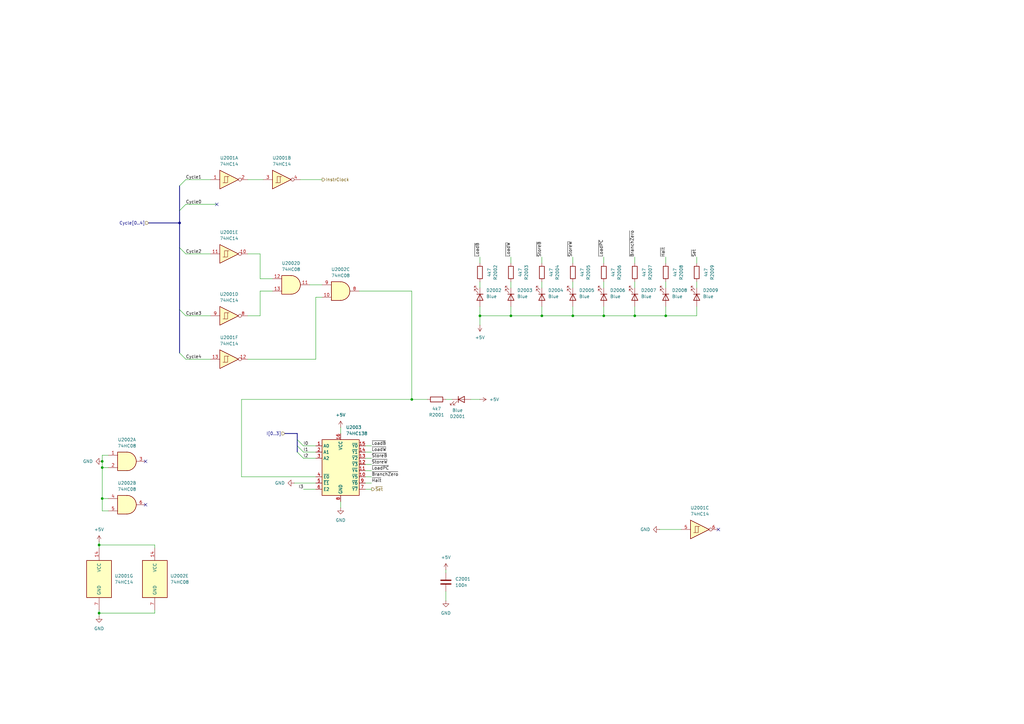
<source format=kicad_sch>
(kicad_sch (version 20231120) (generator "eeschema") (generator_version "8.0")
  (paper "A3")
  (lib_symbols
    (symbol "74xx:74HC138"
      (property "Reference" "U" (at -7.62 13.97 0))
      (property "Value" "74HC138" (at 2.54 -11.43 0))
      (symbol "74HC138_0_1"
        (rectangle (start -7.62 12.7) (end 7.62 -10.16) (stroke (width 0.254)) (fill (type background)))
      )
      (symbol "74HC138_1_1"
        (pin input line (at -10.16 10.16 0) (length 2.54) (name "A0") (number "1"))
        (pin output line (at 10.16 -2.54 180) (length 2.54) (name "~{Y5}") (number "10"))
        (pin output line (at 10.16 0 180) (length 2.54) (name "~{Y4}") (number "11"))
        (pin output line (at 10.16 2.54 180) (length 2.54) (name "~{Y3}") (number "12"))
        (pin output line (at 10.16 5.08 180) (length 2.54) (name "~{Y2}") (number "13"))
        (pin output line (at 10.16 7.62 180) (length 2.54) (name "~{Y1}") (number "14"))
        (pin output line (at 10.16 10.16 180) (length 2.54) (name "~{Y0}") (number "15"))
        (pin power_in line (at 0 15.24 270) (length 2.54) (name "VCC") (number "16"))
        (pin input line (at -10.16 7.62 0) (length 2.54) (name "A1") (number "2"))
        (pin input line (at -10.16 5.08 0) (length 2.54) (name "A2") (number "3"))
        (pin input line (at -10.16 -2.54 0) (length 2.54) (name "~{E0}") (number "4"))
        (pin input line (at -10.16 -5.08 0) (length 2.54) (name "~{E1}") (number "5"))
        (pin input line (at -10.16 -7.62 0) (length 2.54) (name "E2") (number "6"))
        (pin output line (at 10.16 -7.62 180) (length 2.54) (name "~{Y7}") (number "7"))
        (pin power_in line (at 0 -12.7 90) (length 2.54) (name "GND") (number "8"))
        (pin output line (at 10.16 -5.08 180) (length 2.54) (name "~{Y6}") (number "9"))
      )
    )
    (symbol "74xx:74HC14" (pin_names (offset 1.016))
      (property "Reference" "U" (at 0 1.27 0))
      (property "Value" "74HC14" (at 0 -1.27 0))
      (symbol "74HC14_1_0"
        (polyline (pts (xy -3.81 3.81) (xy -3.81 -3.81) (xy 3.81 0) (xy -3.81 3.81)) (stroke (width 0.254)) (fill (type background)))
        (pin input line (at -7.62 0 0) (length 3.81) (name "~") (number "1"))
        (pin output inverted (at 7.62 0 180) (length 3.81) (name "~") (number "2"))
      )
      (symbol "74HC14_1_1"
        (polyline (pts (xy -1.905 -1.27) (xy -1.905 1.27) (xy -0.635 1.27)))
        (polyline (pts (xy -2.54 -1.27) (xy -0.635 -1.27) (xy -0.635 1.27) (xy 0 1.27)))
      )
      (symbol "74HC14_2_0"
        (polyline (pts (xy -3.81 3.81) (xy -3.81 -3.81) (xy 3.81 0) (xy -3.81 3.81)) (stroke (width 0.254)) (fill (type background)))
        (pin input line (at -7.62 0 0) (length 3.81) (name "~") (number "3"))
        (pin output inverted (at 7.62 0 180) (length 3.81) (name "~") (number "4"))
      )
      (symbol "74HC14_2_1"
        (polyline (pts (xy -1.905 -1.27) (xy -1.905 1.27) (xy -0.635 1.27)))
        (polyline (pts (xy -2.54 -1.27) (xy -0.635 -1.27) (xy -0.635 1.27) (xy 0 1.27)))
      )
      (symbol "74HC14_3_0"
        (polyline (pts (xy -3.81 3.81) (xy -3.81 -3.81) (xy 3.81 0) (xy -3.81 3.81)) (stroke (width 0.254)) (fill (type background)))
        (pin input line (at -7.62 0 0) (length 3.81) (name "~") (number "5"))
        (pin output inverted (at 7.62 0 180) (length 3.81) (name "~") (number "6"))
      )
      (symbol "74HC14_3_1"
        (polyline (pts (xy -1.905 -1.27) (xy -1.905 1.27) (xy -0.635 1.27)))
        (polyline (pts (xy -2.54 -1.27) (xy -0.635 -1.27) (xy -0.635 1.27) (xy 0 1.27)))
      )
      (symbol "74HC14_4_0"
        (polyline (pts (xy -3.81 3.81) (xy -3.81 -3.81) (xy 3.81 0) (xy -3.81 3.81)) (stroke (width 0.254)) (fill (type background)))
        (pin output inverted (at 7.62 0 180) (length 3.81) (name "~") (number "8"))
        (pin input line (at -7.62 0 0) (length 3.81) (name "~") (number "9"))
      )
      (symbol "74HC14_4_1"
        (polyline (pts (xy -1.905 -1.27) (xy -1.905 1.27) (xy -0.635 1.27)))
        (polyline (pts (xy -2.54 -1.27) (xy -0.635 -1.27) (xy -0.635 1.27) (xy 0 1.27)))
      )
      (symbol "74HC14_5_0"
        (polyline (pts (xy -3.81 3.81) (xy -3.81 -3.81) (xy 3.81 0) (xy -3.81 3.81)) (stroke (width 0.254)) (fill (type background)))
        (pin output inverted (at 7.62 0 180) (length 3.81) (name "~") (number "10"))
        (pin input line (at -7.62 0 0) (length 3.81) (name "~") (number "11"))
      )
      (symbol "74HC14_5_1"
        (polyline (pts (xy -1.905 -1.27) (xy -1.905 1.27) (xy -0.635 1.27)))
        (polyline (pts (xy -2.54 -1.27) (xy -0.635 -1.27) (xy -0.635 1.27) (xy 0 1.27)))
      )
      (symbol "74HC14_6_0"
        (polyline (pts (xy -3.81 3.81) (xy -3.81 -3.81) (xy 3.81 0) (xy -3.81 3.81)) (stroke (width 0.254)) (fill (type background)))
        (pin output inverted (at 7.62 0 180) (length 3.81) (name "~") (number "12"))
        (pin input line (at -7.62 0 0) (length 3.81) (name "~") (number "13"))
      )
      (symbol "74HC14_6_1"
        (polyline (pts (xy -1.905 -1.27) (xy -1.905 1.27) (xy -0.635 1.27)))
        (polyline (pts (xy -2.54 -1.27) (xy -0.635 -1.27) (xy -0.635 1.27) (xy 0 1.27)))
      )
      (symbol "74HC14_7_0"
        (pin power_in line (at 0 12.7 270) (length 5.08) (name "VCC") (number "14"))
        (pin power_in line (at 0 -12.7 90) (length 5.08) (name "GND") (number "7"))
      )
      (symbol "74HC14_7_1"
        (rectangle (start -5.08 7.62) (end 5.08 -7.62) (stroke (width 0.254)) (fill (type background)))
      )
    )
    (symbol "74xx:74LS08" (pin_names (offset 1.016))
      (property "Reference" "U" (at 0 1.27 0))
      (property "Value" "74LS08" (at 0 -1.27 0))
      (symbol "74LS08_1_1"
        (arc (start 0 -3.81) (mid 3.7934 0) (end 0 3.81) (stroke (width 0.254)) (fill (type background)))
        (polyline (pts (xy 0 3.81) (xy -3.81 3.81) (xy -3.81 -3.81) (xy 0 -3.81)) (stroke (width 0.254)) (fill (type background)))
        (pin input line (at -7.62 2.54 0) (length 3.81) (name "~") (number "1"))
        (pin input line (at -7.62 -2.54 0) (length 3.81) (name "~") (number "2"))
        (pin output line (at 7.62 0 180) (length 3.81) (name "~") (number "3"))
      )
      (symbol "74LS08_1_2"
        (arc (start -3.81 -3.81) (mid -2.589 0) (end -3.81 3.81) (stroke (width 0.254)))
        (arc (start -0.6096 -3.81) (mid 2.1842 -2.5851) (end 3.81 0) (stroke (width 0.254)) (fill (type background)))
        (polyline (pts (xy -3.81 -3.81) (xy -0.635 -3.81)) (stroke (width 0.254)) (fill (type background)))
        (polyline (pts (xy -3.81 3.81) (xy -0.635 3.81)) (stroke (width 0.254)) (fill (type background)))
        (polyline (pts (xy -0.635 3.81) (xy -3.81 3.81) (xy -3.81 3.81) (xy -3.556 3.4036) (xy -3.0226 2.2606) (xy -2.6924 1.0414) (xy -2.6162 -0.254) (xy -2.7686 -1.4986) (xy -3.175 -2.7178) (xy -3.81 -3.81) (xy -3.81 -3.81) (xy -0.635 -3.81)) (stroke (width -25.4)) (fill (type background)))
        (arc (start 3.81 0) (mid 2.1915 2.5936) (end -0.6096 3.81) (stroke (width 0.254)) (fill (type background)))
        (pin input inverted (at -7.62 2.54 0) (length 4.318) (name "~") (number "1"))
        (pin input inverted (at -7.62 -2.54 0) (length 4.318) (name "~") (number "2"))
        (pin output inverted (at 7.62 0 180) (length 3.81) (name "~") (number "3"))
      )
      (symbol "74LS08_2_1"
        (arc (start 0 -3.81) (mid 3.7934 0) (end 0 3.81) (stroke (width 0.254)) (fill (type background)))
        (polyline (pts (xy 0 3.81) (xy -3.81 3.81) (xy -3.81 -3.81) (xy 0 -3.81)) (stroke (width 0.254)) (fill (type background)))
        (pin input line (at -7.62 2.54 0) (length 3.81) (name "~") (number "4"))
        (pin input line (at -7.62 -2.54 0) (length 3.81) (name "~") (number "5"))
        (pin output line (at 7.62 0 180) (length 3.81) (name "~") (number "6"))
      )
      (symbol "74LS08_2_2"
        (arc (start -3.81 -3.81) (mid -2.589 0) (end -3.81 3.81) (stroke (width 0.254)))
        (arc (start -0.6096 -3.81) (mid 2.1842 -2.5851) (end 3.81 0) (stroke (width 0.254)) (fill (type background)))
        (polyline (pts (xy -3.81 -3.81) (xy -0.635 -3.81)) (stroke (width 0.254)) (fill (type background)))
        (polyline (pts (xy -3.81 3.81) (xy -0.635 3.81)) (stroke (width 0.254)) (fill (type background)))
        (polyline (pts (xy -0.635 3.81) (xy -3.81 3.81) (xy -3.81 3.81) (xy -3.556 3.4036) (xy -3.0226 2.2606) (xy -2.6924 1.0414) (xy -2.6162 -0.254) (xy -2.7686 -1.4986) (xy -3.175 -2.7178) (xy -3.81 -3.81) (xy -3.81 -3.81) (xy -0.635 -3.81)) (stroke (width -25.4)) (fill (type background)))
        (arc (start 3.81 0) (mid 2.1915 2.5936) (end -0.6096 3.81) (stroke (width 0.254)) (fill (type background)))
        (pin input inverted (at -7.62 2.54 0) (length 4.318) (name "~") (number "4"))
        (pin input inverted (at -7.62 -2.54 0) (length 4.318) (name "~") (number "5"))
        (pin output inverted (at 7.62 0 180) (length 3.81) (name "~") (number "6"))
      )
      (symbol "74LS08_3_1"
        (arc (start 0 -3.81) (mid 3.7934 0) (end 0 3.81) (stroke (width 0.254)) (fill (type background)))
        (polyline (pts (xy 0 3.81) (xy -3.81 3.81) (xy -3.81 -3.81) (xy 0 -3.81)) (stroke (width 0.254)) (fill (type background)))
        (pin input line (at -7.62 -2.54 0) (length 3.81) (name "~") (number "10"))
        (pin output line (at 7.62 0 180) (length 3.81) (name "~") (number "8"))
        (pin input line (at -7.62 2.54 0) (length 3.81) (name "~") (number "9"))
      )
      (symbol "74LS08_3_2"
        (arc (start -3.81 -3.81) (mid -2.589 0) (end -3.81 3.81) (stroke (width 0.254)))
        (arc (start -0.6096 -3.81) (mid 2.1842 -2.5851) (end 3.81 0) (stroke (width 0.254)) (fill (type background)))
        (polyline (pts (xy -3.81 -3.81) (xy -0.635 -3.81)) (stroke (width 0.254)) (fill (type background)))
        (polyline (pts (xy -3.81 3.81) (xy -0.635 3.81)) (stroke (width 0.254)) (fill (type background)))
        (polyline (pts (xy -0.635 3.81) (xy -3.81 3.81) (xy -3.81 3.81) (xy -3.556 3.4036) (xy -3.0226 2.2606) (xy -2.6924 1.0414) (xy -2.6162 -0.254) (xy -2.7686 -1.4986) (xy -3.175 -2.7178) (xy -3.81 -3.81) (xy -3.81 -3.81) (xy -0.635 -3.81)) (stroke (width -25.4)) (fill (type background)))
        (arc (start 3.81 0) (mid 2.1915 2.5936) (end -0.6096 3.81) (stroke (width 0.254)) (fill (type background)))
        (pin input inverted (at -7.62 -2.54 0) (length 4.318) (name "~") (number "10"))
        (pin output inverted (at 7.62 0 180) (length 3.81) (name "~") (number "8"))
        (pin input inverted (at -7.62 2.54 0) (length 4.318) (name "~") (number "9"))
      )
      (symbol "74LS08_4_1"
        (arc (start 0 -3.81) (mid 3.7934 0) (end 0 3.81) (stroke (width 0.254)) (fill (type background)))
        (polyline (pts (xy 0 3.81) (xy -3.81 3.81) (xy -3.81 -3.81) (xy 0 -3.81)) (stroke (width 0.254)) (fill (type background)))
        (pin output line (at 7.62 0 180) (length 3.81) (name "~") (number "11"))
        (pin input line (at -7.62 2.54 0) (length 3.81) (name "~") (number "12"))
        (pin input line (at -7.62 -2.54 0) (length 3.81) (name "~") (number "13"))
      )
      (symbol "74LS08_4_2"
        (arc (start -3.81 -3.81) (mid -2.589 0) (end -3.81 3.81) (stroke (width 0.254)))
        (arc (start -0.6096 -3.81) (mid 2.1842 -2.5851) (end 3.81 0) (stroke (width 0.254)) (fill (type background)))
        (polyline (pts (xy -3.81 -3.81) (xy -0.635 -3.81)) (stroke (width 0.254)) (fill (type background)))
        (polyline (pts (xy -3.81 3.81) (xy -0.635 3.81)) (stroke (width 0.254)) (fill (type background)))
        (polyline (pts (xy -0.635 3.81) (xy -3.81 3.81) (xy -3.81 3.81) (xy -3.556 3.4036) (xy -3.0226 2.2606) (xy -2.6924 1.0414) (xy -2.6162 -0.254) (xy -2.7686 -1.4986) (xy -3.175 -2.7178) (xy -3.81 -3.81) (xy -3.81 -3.81) (xy -0.635 -3.81)) (stroke (width -25.4)) (fill (type background)))
        (arc (start 3.81 0) (mid 2.1915 2.5936) (end -0.6096 3.81) (stroke (width 0.254)) (fill (type background)))
        (pin output inverted (at 7.62 0 180) (length 3.81) (name "~") (number "11"))
        (pin input inverted (at -7.62 2.54 0) (length 4.318) (name "~") (number "12"))
        (pin input inverted (at -7.62 -2.54 0) (length 4.318) (name "~") (number "13"))
      )
      (symbol "74LS08_5_0"
        (pin power_in line (at 0 12.7 270) (length 5.08) (name "VCC") (number "14"))
        (pin power_in line (at 0 -12.7 90) (length 5.08) (name "GND") (number "7"))
      )
      (symbol "74LS08_5_1"
        (rectangle (start -5.08 7.62) (end 5.08 -7.62) (stroke (width 0.254)) (fill (type background)))
      )
    )
    (symbol "Device:C" (pin_numbers hide) (pin_names (offset 0.254))
      (property "Reference" "C" (at 0.635 2.54 0))
      (property "Value" "C" (at 0.635 -2.54 0))
      (symbol "C_0_1"
        (polyline (pts (xy -2.032 -0.762) (xy 2.032 -0.762)) (stroke (width 0.508)))
        (polyline (pts (xy -2.032 0.762) (xy 2.032 0.762)) (stroke (width 0.508)))
      )
      (symbol "C_1_1"
        (pin passive line (at 0 3.81 270) (length 2.794) (name "~") (number "1"))
        (pin passive line (at 0 -3.81 90) (length 2.794) (name "~") (number "2"))
      )
    )
    (symbol "Device:LED" (pin_numbers hide) (pin_names (offset 1.016) hide)
      (property "Reference" "D" (at 0 2.54 0))
      (property "Value" "LED" (at 0 -2.54 0))
      (symbol "LED_0_1"
        (polyline (pts (xy -1.27 -1.27) (xy -1.27 1.27)) (stroke (width 0.254)))
        (polyline (pts (xy -1.27 0) (xy 1.27 0)))
        (polyline (pts (xy 1.27 -1.27) (xy 1.27 1.27) (xy -1.27 0) (xy 1.27 -1.27)) (stroke (width 0.254)))
        (polyline (pts (xy -3.048 -0.762) (xy -4.572 -2.286) (xy -3.81 -2.286) (xy -4.572 -2.286) (xy -4.572 -1.524)))
        (polyline (pts (xy -1.778 -0.762) (xy -3.302 -2.286) (xy -2.54 -2.286) (xy -3.302 -2.286) (xy -3.302 -1.524)))
      )
      (symbol "LED_1_1"
        (pin passive line (at -3.81 0 0) (length 2.54) (name "K") (number "1"))
        (pin passive line (at 3.81 0 180) (length 2.54) (name "A") (number "2"))
      )
    )
    (symbol "Device:R" (pin_numbers hide) (pin_names (offset 0))
      (property "Reference" "R" (at 2.032 0 90))
      (property "Value" "R" (at 0 0 90))
      (symbol "R_0_1"
        (rectangle (start -1.016 -2.54) (end 1.016 2.54) (stroke (width 0.254)))
      )
      (symbol "R_1_1"
        (pin passive line (at 0 3.81 270) (length 1.27) (name "~") (number "1"))
        (pin passive line (at 0 -3.81 90) (length 1.27) (name "~") (number "2"))
      )
    )
    (symbol "power:+5V" (power) (pin_numbers hide) (pin_names (offset 0) hide)
      (property "Value" "+5V" (at 0 3.556 0))
      (symbol "+5V_0_1"
        (polyline (pts (xy -0.762 1.27) (xy 0 2.54)))
        (polyline (pts (xy 0 0) (xy 0 2.54)))
        (polyline (pts (xy 0 2.54) (xy 0.762 1.27)))
      )
      (symbol "+5V_1_1"
        (pin power_in line (at 0 0 90) (length 0) (name "~") (number "1"))
      )
    )
    (symbol "power:GND" (power) (pin_numbers hide) (pin_names (offset 0) hide)
      (property "Value" "GND" (at 0 -3.81 0))
      (symbol "GND_0_1"
        (polyline (pts (xy 0 0) (xy 0 -1.27) (xy 1.27 -1.27) (xy 0 -2.54) (xy -1.27 -1.27) (xy 0 -1.27)))
      )
      (symbol "GND_1_1"
        (pin power_in line (at 0 0 270) (length 0) (name "~") (number "1"))
      )
    )
  )
  (junction (at 41.91 189.23))
  (junction (at 41.91 191.77))
  (junction (at 247.65 129.54))
  (junction (at 168.91 163.83))
  (junction (at 40.64 251.46))
  (junction (at 260.35 129.54))
  (junction (at 196.85 129.54))
  (junction (at 234.95 129.54))
  (junction (at 209.55 129.54))
  (junction (at 40.64 223.52))
  (junction (at 222.25 129.54))
  (junction (at 73.66 91.44))
  (junction (at 41.91 204.47))
  (junction (at 273.05 129.54))
  (no_connect (at 59.69 207.01))
  (no_connect (at 59.69 189.23))
  (no_connect (at 294.64 217.17))
  (no_connect (at 88.9 83.82))
  (bus_entry (at 73.66 127) (size 2.54 2.54))
  (bus_entry (at 121.92 182.88) (size 2.54 2.54))
  (bus_entry (at 73.66 86.36) (size 2.54 -2.54))
  (bus_entry (at 73.66 76.2) (size 2.54 -2.54))
  (bus_entry (at 73.66 144.78) (size 2.54 2.54))
  (bus_entry (at 73.66 101.6) (size 2.54 2.54))
  (bus_entry (at 121.92 180.34) (size 2.54 2.54))
  (bus_entry (at 121.92 185.42) (size 2.54 2.54))
  (wire (pts (xy 149.86 200.66) (xy 152.4 200.66)))
  (wire (pts (xy 41.91 204.47) (xy 41.91 191.77)))
  (wire (pts (xy 139.7 205.74) (xy 139.7 208.28)))
  (wire (pts (xy 260.35 129.54) (xy 273.05 129.54)))
  (bus (pts (xy 116.84 177.8) (xy 121.92 177.8)))
  (wire (pts (xy 196.85 163.83) (xy 193.04 163.83)))
  (wire (pts (xy 196.85 105.41) (xy 196.85 107.95)))
  (wire (pts (xy 209.55 125.73) (xy 209.55 129.54)))
  (wire (pts (xy 41.91 191.77) (xy 44.45 191.77)))
  (bus (pts (xy 121.92 177.8) (xy 121.92 180.34)))
  (wire (pts (xy 41.91 209.55) (xy 41.91 204.47)))
  (wire (pts (xy 149.86 190.5) (xy 152.4 190.5)))
  (wire (pts (xy 40.64 251.46) (xy 63.5 251.46)))
  (wire (pts (xy 40.64 251.46) (xy 40.64 252.73)))
  (wire (pts (xy 99.06 163.83) (xy 99.06 195.58)))
  (bus (pts (xy 73.66 76.2) (xy 73.66 86.36)))
  (wire (pts (xy 273.05 129.54) (xy 285.75 129.54)))
  (wire (pts (xy 76.2 104.14) (xy 86.36 104.14)))
  (wire (pts (xy 41.91 204.47) (xy 44.45 204.47)))
  (wire (pts (xy 234.95 115.57) (xy 234.95 118.11)))
  (wire (pts (xy 106.68 129.54) (xy 106.68 119.38)))
  (wire (pts (xy 101.6 129.54) (xy 106.68 129.54)))
  (wire (pts (xy 101.6 73.66) (xy 107.95 73.66)))
  (wire (pts (xy 182.88 234.95) (xy 182.88 233.68)))
  (wire (pts (xy 40.64 222.25) (xy 40.64 223.52)))
  (wire (pts (xy 40.64 250.19) (xy 40.64 251.46)))
  (wire (pts (xy 41.91 191.77) (xy 41.91 189.23)))
  (wire (pts (xy 196.85 125.73) (xy 196.85 129.54)))
  (wire (pts (xy 124.46 187.96) (xy 129.54 187.96)))
  (wire (pts (xy 76.2 73.66) (xy 86.36 73.66)))
  (bus (pts (xy 60.96 91.44) (xy 73.66 91.44)))
  (wire (pts (xy 168.91 163.83) (xy 175.26 163.83)))
  (wire (pts (xy 40.64 223.52) (xy 40.64 224.79)))
  (wire (pts (xy 260.35 125.73) (xy 260.35 129.54)))
  (bus (pts (xy 73.66 101.6) (xy 73.66 127)))
  (wire (pts (xy 147.32 119.38) (xy 168.91 119.38)))
  (wire (pts (xy 222.25 105.41) (xy 222.25 107.95)))
  (wire (pts (xy 124.46 200.66) (xy 129.54 200.66)))
  (bus (pts (xy 121.92 182.88) (xy 121.92 185.42)))
  (bus (pts (xy 73.66 91.44) (xy 73.66 101.6)))
  (wire (pts (xy 273.05 125.73) (xy 273.05 129.54)))
  (wire (pts (xy 196.85 129.54) (xy 209.55 129.54)))
  (wire (pts (xy 149.86 185.42) (xy 152.4 185.42)))
  (wire (pts (xy 273.05 115.57) (xy 273.05 118.11)))
  (wire (pts (xy 234.95 129.54) (xy 247.65 129.54)))
  (wire (pts (xy 106.68 119.38) (xy 111.76 119.38)))
  (wire (pts (xy 285.75 115.57) (xy 285.75 118.11)))
  (wire (pts (xy 149.86 195.58) (xy 152.4 195.58)))
  (wire (pts (xy 196.85 115.57) (xy 196.85 118.11)))
  (wire (pts (xy 124.46 185.42) (xy 129.54 185.42)))
  (wire (pts (xy 247.65 129.54) (xy 260.35 129.54)))
  (wire (pts (xy 260.35 105.41) (xy 260.35 107.95)))
  (wire (pts (xy 44.45 209.55) (xy 41.91 209.55)))
  (wire (pts (xy 196.85 129.54) (xy 196.85 133.35)))
  (bus (pts (xy 73.66 127) (xy 73.66 144.78)))
  (wire (pts (xy 41.91 189.23) (xy 41.91 186.69)))
  (wire (pts (xy 209.55 105.41) (xy 209.55 107.95)))
  (wire (pts (xy 76.2 129.54) (xy 86.36 129.54)))
  (wire (pts (xy 101.6 147.32) (xy 129.54 147.32)))
  (wire (pts (xy 168.91 119.38) (xy 168.91 163.83)))
  (wire (pts (xy 63.5 251.46) (xy 63.5 250.19)))
  (wire (pts (xy 234.95 105.41) (xy 234.95 107.95)))
  (wire (pts (xy 132.08 121.92) (xy 129.54 121.92)))
  (wire (pts (xy 285.75 129.54) (xy 285.75 125.73)))
  (wire (pts (xy 149.86 193.04) (xy 152.4 193.04)))
  (wire (pts (xy 40.64 223.52) (xy 63.5 223.52)))
  (wire (pts (xy 234.95 125.73) (xy 234.95 129.54)))
  (wire (pts (xy 120.65 198.12) (xy 129.54 198.12)))
  (wire (pts (xy 41.91 186.69) (xy 44.45 186.69)))
  (wire (pts (xy 76.2 147.32) (xy 86.36 147.32)))
  (wire (pts (xy 222.25 125.73) (xy 222.25 129.54)))
  (wire (pts (xy 247.65 125.73) (xy 247.65 129.54)))
  (bus (pts (xy 121.92 180.34) (xy 121.92 182.88)))
  (wire (pts (xy 127 116.84) (xy 132.08 116.84)))
  (wire (pts (xy 123.19 73.66) (xy 132.08 73.66)))
  (wire (pts (xy 247.65 105.41) (xy 247.65 107.95)))
  (wire (pts (xy 106.68 114.3) (xy 111.76 114.3)))
  (wire (pts (xy 106.68 104.14) (xy 106.68 114.3)))
  (wire (pts (xy 222.25 115.57) (xy 222.25 118.11)))
  (wire (pts (xy 129.54 121.92) (xy 129.54 147.32)))
  (wire (pts (xy 222.25 129.54) (xy 234.95 129.54)))
  (wire (pts (xy 260.35 115.57) (xy 260.35 118.11)))
  (wire (pts (xy 182.88 242.57) (xy 182.88 246.38)))
  (wire (pts (xy 209.55 129.54) (xy 222.25 129.54)))
  (wire (pts (xy 270.51 217.17) (xy 279.4 217.17)))
  (wire (pts (xy 149.86 187.96) (xy 152.4 187.96)))
  (wire (pts (xy 139.7 175.26) (xy 139.7 177.8)))
  (wire (pts (xy 285.75 105.41) (xy 285.75 107.95)))
  (wire (pts (xy 101.6 104.14) (xy 106.68 104.14)))
  (bus (pts (xy 73.66 86.36) (xy 73.66 91.44)))
  (wire (pts (xy 149.86 182.88) (xy 152.4 182.88)))
  (wire (pts (xy 168.91 163.83) (xy 99.06 163.83)))
  (wire (pts (xy 209.55 115.57) (xy 209.55 118.11)))
  (wire (pts (xy 99.06 195.58) (xy 129.54 195.58)))
  (wire (pts (xy 149.86 198.12) (xy 152.4 198.12)))
  (wire (pts (xy 76.2 83.82) (xy 88.9 83.82)))
  (wire (pts (xy 124.46 182.88) (xy 129.54 182.88)))
  (wire (pts (xy 247.65 115.57) (xy 247.65 118.11)))
  (wire (pts (xy 185.42 163.83) (xy 182.88 163.83)))
  (wire (pts (xy 63.5 223.52) (xy 63.5 224.79)))
  (wire (pts (xy 273.05 105.41) (xy 273.05 107.95)))
  (label "~{LoadB}" (at 152.4 182.88 0))
  (label "Cycle4" (at 76.2 147.32 0))
  (label "Cycle0" (at 76.2 83.82 0))
  (label "Cycle3" (at 76.2 129.54 0))
  (label "~{BranchZero}" (at 152.4 195.58 0))
  (label "I2" (at 124.46 187.96 0))
  (label "~{StoreB}" (at 222.25 105.41 90))
  (label "~{BranchZero}" (at 260.35 105.41 90))
  (label "Cycle2" (at 76.2 104.14 0))
  (label "~{StoreW}" (at 234.95 105.41 90))
  (label "~{LoadB}" (at 196.85 105.41 90))
  (label "Cycle1" (at 76.2 73.66 0))
  (label "~{LoadW}" (at 209.55 105.41 90))
  (label "I0" (at 124.46 182.88 0))
  (label "I3" (at 124.46 200.66 180))
  (label "~{LoadPC}" (at 247.65 105.41 90))
  (label "~{LoadPC}" (at 152.4 193.04 0))
  (label "~{StoreB}" (at 152.4 187.96 0))
  (label "~{LoadW}" (at 152.4 185.42 0))
  (label "~{StoreW}" (at 152.4 190.5 0))
  (label "~{Halt}" (at 273.05 105.41 90))
  (label "I1" (at 124.46 185.42 0))
  (label "~{Halt}" (at 152.4 198.12 0))
  (label "~{Set}" (at 285.75 105.41 90))
  (hierarchical_label "Cycle[0..4]" (shape input) (at 60.96 91.44 180))
  (hierarchical_label "~{Set}" (shape output) (at 152.4 200.66 0))
  (hierarchical_label "InstrClock" (shape output) (at 132.08 73.66 0))
  (hierarchical_label "I[0..3]" (shape input) (at 116.84 177.8 180))
  (symbol (lib_id "power:+5V") (at 40.64 222.25 0) (unit 1)
    (property "Reference" "#PWR02001" (effects (hide yes)))
    (property "Value" "+5V" (at 40.64 217.17 0))
    (property "Description" "Power symbol creates a global label with name \"+5V\"" (effects (hide yes)))
  )
  (symbol (lib_id "Device:R") (at 209.55 111.76 180) (unit 1)
    (property "Reference" "R2003" (at 215.9 111.76 90))
    (property "Value" "4k7" (at 213.36 111.76 90))
    (property "Footprint" "Resistor_SMD:R_0603_1608Metric" (effects (hide yes)))
    (property "Datasheet" "https://datasheet.lcsc.com/lcsc/2206010116_UNI-ROYAL-Uniroyal-Elec-0603WAF4701T5E_C23162.pdf" (effects (hide yes)))
    (property "LCSC" "C23162" (effects (hide yes)))
  )
  (symbol (lib_id "Device:R") (at 273.05 111.76 180) (unit 1)
    (property "Reference" "R2008" (at 279.4 111.76 90))
    (property "Value" "4k7" (at 276.86 111.76 90))
    (property "Footprint" "Resistor_SMD:R_0603_1608Metric" (effects (hide yes)))
    (property "Datasheet" "https://datasheet.lcsc.com/lcsc/2206010116_UNI-ROYAL-Uniroyal-Elec-0603WAF4701T5E_C23162.pdf" (effects (hide yes)))
    (property "LCSC" "C23162" (effects (hide yes)))
  )
  (symbol (lib_id "power:GND") (at 120.65 198.12 270) (unit 1)
    (property "Reference" "#PWR02004" (effects (hide yes)))
    (property "Value" "GND" (at 116.84 198.1199 90) (effects (justify right)))
    (property "Description" "Power symbol creates a global label with name \"GND\" , ground" (effects (hide yes)))
  )
  (symbol (lib_id "74xx:74LS08") (at 52.07 189.23 0) (unit 1)
    (property "Reference" "U2002" (at 52.0617 180.34 0))
    (property "Value" "74HC08" (at 52.0617 182.88 0))
    (property "Footprint" "Package_SO:SOIC-14_3.9x8.7mm_P1.27mm" (effects (hide yes)))
    (property "Datasheet" "https://www.lcsc.com/datasheet/lcsc_datasheet_2407241044_Nexperia-74HC08D-653_C5593.pdf" (effects (hide yes)))
    (property "Description" "Quad And2" (effects (hide yes)))
    (property "LCSC" "C5593" (effects (hide yes)))
  )
  (symbol (lib_id "74xx:74LS08") (at 119.38 116.84 0) (unit 4)
    (property "Reference" "U2002" (at 119.3717 107.95 0))
    (property "Value" "74HC08" (at 119.3717 110.49 0))
    (property "Footprint" "Package_SO:SOIC-14_3.9x8.7mm_P1.27mm" (effects (hide yes)))
    (property "Datasheet" "https://www.lcsc.com/datasheet/lcsc_datasheet_2407241044_Nexperia-74HC08D-653_C5593.pdf" (effects (hide yes)))
    (property "Description" "Quad And2" (effects (hide yes)))
    (property "LCSC" "C5593" (effects (hide yes)))
  )
  (symbol (lib_id "Device:LED") (at 247.65 121.92 270) (unit 1)
    (property "Reference" "D2006" (at 250.19 119.0624 90) (effects (justify left)))
    (property "Value" "Blue" (at 250.19 121.6024 90) (effects (justify left)))
    (property "Footprint" "LED_SMD:LED_0603_1608Metric" (effects (hide yes)))
    (property "LCSC" "C72041" (effects (hide yes)))
  )
  (symbol (lib_id "Device:LED") (at 285.75 121.92 270) (unit 1)
    (property "Reference" "D2009" (at 288.29 119.0624 90) (effects (justify left)))
    (property "Value" "Blue" (at 288.29 121.6024 90) (effects (justify left)))
    (property "Footprint" "LED_SMD:LED_0603_1608Metric" (effects (hide yes)))
    (property "LCSC" "C72041" (effects (hide yes)))
  )
  (symbol (lib_id "Device:LED") (at 273.05 121.92 270) (unit 1)
    (property "Reference" "D2008" (at 275.59 119.0624 90) (effects (justify left)))
    (property "Value" "Blue" (at 275.59 121.6024 90) (effects (justify left)))
    (property "Footprint" "LED_SMD:LED_0603_1608Metric" (effects (hide yes)))
    (property "LCSC" "C72041" (effects (hide yes)))
  )
  (symbol (lib_id "Device:LED") (at 222.25 121.92 270) (unit 1)
    (property "Reference" "D2004" (at 224.79 119.0624 90) (effects (justify left)))
    (property "Value" "Blue" (at 224.79 121.6024 90) (effects (justify left)))
    (property "Footprint" "LED_SMD:LED_0603_1608Metric" (effects (hide yes)))
    (property "LCSC" "C72041" (effects (hide yes)))
  )
  (symbol (lib_id "power:GND") (at 139.7 208.28 0) (unit 1)
    (property "Reference" "#PWR02006" (effects (hide yes)))
    (property "Value" "GND" (at 139.7 213.36 0))
    (property "Description" "Power symbol creates a global label with name \"GND\" , ground" (effects (hide yes)))
  )
  (symbol (lib_id "power:GND") (at 40.64 252.73 0) (unit 1)
    (property "Reference" "#PWR02002" (effects (hide yes)))
    (property "Value" "GND" (at 40.64 257.81 0))
    (property "Description" "Power symbol creates a global label with name \"GND\" , ground" (effects (hide yes)))
  )
  (symbol (lib_id "74xx:74LS08") (at 63.5 237.49 0) (unit 5)
    (property "Reference" "U2002" (at 69.85 236.2199 0) (effects (justify left)))
    (property "Value" "74HC08" (at 69.85 238.7599 0) (effects (justify left)))
    (property "Footprint" "Package_SO:SOIC-14_3.9x8.7mm_P1.27mm" (effects (hide yes)))
    (property "Datasheet" "https://www.lcsc.com/datasheet/lcsc_datasheet_2407241044_Nexperia-74HC08D-653_C5593.pdf" (effects (hide yes)))
    (property "Description" "Quad And2" (effects (hide yes)))
    (property "LCSC" "C5593" (effects (hide yes)))
  )
  (symbol (lib_id "Device:R") (at 222.25 111.76 180) (unit 1)
    (property "Reference" "R2004" (at 228.6 111.76 90))
    (property "Value" "4k7" (at 226.06 111.76 90))
    (property "Footprint" "Resistor_SMD:R_0603_1608Metric" (effects (hide yes)))
    (property "Datasheet" "https://datasheet.lcsc.com/lcsc/2206010116_UNI-ROYAL-Uniroyal-Elec-0603WAF4701T5E_C23162.pdf" (effects (hide yes)))
    (property "LCSC" "C23162" (effects (hide yes)))
  )
  (symbol (lib_id "power:+5V") (at 139.7 175.26 0) (unit 1)
    (property "Reference" "#PWR02005" (effects (hide yes)))
    (property "Value" "+5V" (at 139.7 170.18 0))
    (property "Description" "Power symbol creates a global label with name \"+5V\"" (effects (hide yes)))
  )
  (symbol (lib_id "Device:R") (at 179.07 163.83 90) (unit 1)
    (property "Reference" "R2001" (at 179.07 170.18 90))
    (property "Value" "4k7" (at 179.07 167.64 90))
    (property "Footprint" "Resistor_SMD:R_0603_1608Metric" (effects (hide yes)))
    (property "Datasheet" "https://datasheet.lcsc.com/lcsc/2206010116_UNI-ROYAL-Uniroyal-Elec-0603WAF4701T5E_C23162.pdf" (effects (hide yes)))
    (property "LCSC" "C23162" (effects (hide yes)))
  )
  (symbol (lib_id "Device:LED") (at 196.85 121.92 270) (unit 1)
    (property "Reference" "D2002" (at 199.39 119.0624 90) (effects (justify left)))
    (property "Value" "Blue" (at 199.39 121.6024 90) (effects (justify left)))
    (property "Footprint" "LED_SMD:LED_0603_1608Metric" (effects (hide yes)))
    (property "LCSC" "C72041" (effects (hide yes)))
  )
  (symbol (lib_id "Device:R") (at 196.85 111.76 180) (unit 1)
    (property "Reference" "R2002" (at 203.2 111.76 90))
    (property "Value" "4k7" (at 200.66 111.76 90))
    (property "Footprint" "Resistor_SMD:R_0603_1608Metric" (effects (hide yes)))
    (property "Datasheet" "https://datasheet.lcsc.com/lcsc/2206010116_UNI-ROYAL-Uniroyal-Elec-0603WAF4701T5E_C23162.pdf" (effects (hide yes)))
    (property "LCSC" "C23162" (effects (hide yes)))
  )
  (symbol (lib_id "74xx:74HC14") (at 287.02 217.17 0) (unit 3)
    (property "Reference" "U2001" (at 287.02 208.28 0))
    (property "Value" "74HC14" (at 287.02 210.82 0))
    (property "Footprint" "Package_SO:SOIC-14_3.9x8.7mm_P1.27mm" (effects (hide yes)))
    (property "Datasheet" "https://www.lcsc.com/datasheet/lcsc_datasheet_2407241044_Nexperia-74HC14D-653_C5605.pdf" (effects (hide yes)))
    (property "Description" "Hex inverter schmitt trigger" (effects (hide yes)))
    (property "LCSC" "C5605" (effects (hide yes)))
  )
  (symbol (lib_id "power:GND") (at 41.91 189.23 270) (unit 1)
    (property "Reference" "#PWR02003" (effects (hide yes)))
    (property "Value" "GND" (at 38.1 189.2299 90) (effects (justify right)))
    (property "Description" "Power symbol creates a global label with name \"GND\" , ground" (effects (hide yes)))
  )
  (symbol (lib_id "74xx:74LS08") (at 52.07 207.01 0) (unit 2)
    (property "Reference" "U2002" (at 52.0617 198.12 0))
    (property "Value" "74HC08" (at 52.0617 200.66 0))
    (property "Footprint" "Package_SO:SOIC-14_3.9x8.7mm_P1.27mm" (effects (hide yes)))
    (property "Datasheet" "https://www.lcsc.com/datasheet/lcsc_datasheet_2407241044_Nexperia-74HC08D-653_C5593.pdf" (effects (hide yes)))
    (property "Description" "Quad And2" (effects (hide yes)))
    (property "LCSC" "C5593" (effects (hide yes)))
  )
  (symbol (lib_id "power:+5V") (at 196.85 133.35 180) (unit 1)
    (property "Reference" "#PWR02009" (effects (hide yes)))
    (property "Value" "+5V" (at 196.85 138.43 0))
    (property "Description" "Power symbol creates a global label with name \"+5V\"" (effects (hide yes)))
  )
  (symbol (lib_id "Device:R") (at 285.75 111.76 180) (unit 1)
    (property "Reference" "R2009" (at 292.1 111.76 90))
    (property "Value" "4k7" (at 289.56 111.76 90))
    (property "Footprint" "Resistor_SMD:R_0603_1608Metric" (effects (hide yes)))
    (property "Datasheet" "https://datasheet.lcsc.com/lcsc/2206010116_UNI-ROYAL-Uniroyal-Elec-0603WAF4701T5E_C23162.pdf" (effects (hide yes)))
    (property "LCSC" "C23162" (effects (hide yes)))
  )
  (symbol (lib_id "Device:LED") (at 189.23 163.83 0) (unit 1)
    (property "Reference" "D2001" (at 187.6425 170.815 0))
    (property "Value" "Blue" (at 187.6425 168.275 0))
    (property "Footprint" "LED_SMD:LED_0603_1608Metric" (effects (hide yes)))
    (property "LCSC" "C72041" (effects (hide yes)))
  )
  (symbol (lib_id "74xx:74HC14") (at 115.57 73.66 0) (unit 2)
    (property "Reference" "U2001" (at 115.57 64.77 0))
    (property "Value" "74HC14" (at 115.57 67.31 0))
    (property "Footprint" "Package_SO:SOIC-14_3.9x8.7mm_P1.27mm" (effects (hide yes)))
    (property "Datasheet" "https://www.lcsc.com/datasheet/lcsc_datasheet_2407241044_Nexperia-74HC14D-653_C5605.pdf" (effects (hide yes)))
    (property "Description" "Hex inverter schmitt trigger" (effects (hide yes)))
    (property "LCSC" "C5605" (effects (hide yes)))
  )
  (symbol (lib_id "74xx:74LS08") (at 139.7 119.38 0) (unit 3)
    (property "Reference" "U2002" (at 139.6917 110.49 0))
    (property "Value" "74HC08" (at 139.6917 113.03 0))
    (property "Footprint" "Package_SO:SOIC-14_3.9x8.7mm_P1.27mm" (effects (hide yes)))
    (property "Datasheet" "https://www.lcsc.com/datasheet/lcsc_datasheet_2407241044_Nexperia-74HC08D-653_C5593.pdf" (effects (hide yes)))
    (property "Description" "Quad And2" (effects (hide yes)))
    (property "LCSC" "C5593" (effects (hide yes)))
  )
  (symbol (lib_id "power:+5V") (at 182.88 233.68 0) (unit 1)
    (property "Reference" "#PWR02007" (effects (hide yes)))
    (property "Value" "+5V" (at 182.88 228.6 0))
    (property "Description" "Power symbol creates a global label with name \"+5V\"" (effects (hide yes)))
  )
  (symbol (lib_id "power:GND") (at 270.51 217.17 270) (unit 1)
    (property "Reference" "#PWR02011" (effects (hide yes)))
    (property "Value" "GND" (at 266.7 217.1699 90) (effects (justify right)))
    (property "Description" "Power symbol creates a global label with name \"GND\" , ground" (effects (hide yes)))
  )
  (symbol (lib_id "Device:C") (at 182.88 238.76 0) (unit 1)
    (property "Reference" "C2001" (at 186.69 237.4899 0) (effects (justify left)))
    (property "Value" "100n" (at 186.69 240.0299 0) (effects (justify left)))
    (property "Footprint" "Capacitor_SMD:C_0603_1608Metric" (effects (hide yes)))
    (property "Datasheet" "https://datasheet.lcsc.com/lcsc/1809301912_YAGEO-CC0603KRX7R9BB104_C14663.pdf" (effects (hide yes)))
    (property "LCSC" "C14663" (effects (hide yes)))
  )
  (symbol (lib_id "power:GND") (at 182.88 246.38 0) (unit 1)
    (property "Reference" "#PWR02008" (effects (hide yes)))
    (property "Value" "GND" (at 182.88 251.46 0))
    (property "Description" "Power symbol creates a global label with name \"GND\" , ground" (effects (hide yes)))
  )
  (symbol (lib_id "74xx:74HC138") (at 139.7 193.04 0) (unit 1) (in_bom no)
    (property "Reference" "U2003" (at 141.8941 175.26 0) (effects (justify left)))
    (property "Value" "74HC138" (at 141.8941 177.8 0) (effects (justify left)))
    (property "Footprint" "Package_DIP:DIP-16_W7.62mm_Socket" (effects (hide yes)))
    (property "Datasheet" "http://www.ti.com/lit/ds/symlink/cd74hc238.pdf" (effects (hide yes)))
    (property "Description" "3-to-8 line decoder/multiplexer inverting, DIP-16/SOIC-16/SSOP-16" (effects (hide yes)))
  )
  (symbol (lib_id "Device:LED") (at 209.55 121.92 270) (unit 1)
    (property "Reference" "D2003" (at 212.09 119.0624 90) (effects (justify left)))
    (property "Value" "Blue" (at 212.09 121.6024 90) (effects (justify left)))
    (property "Footprint" "LED_SMD:LED_0603_1608Metric" (effects (hide yes)))
    (property "LCSC" "C72041" (effects (hide yes)))
  )
  (symbol (lib_id "74xx:74HC14") (at 93.98 73.66 0) (unit 1)
    (property "Reference" "U2001" (at 93.98 64.77 0))
    (property "Value" "74HC14" (at 93.98 67.31 0))
    (property "Footprint" "Package_SO:SOIC-14_3.9x8.7mm_P1.27mm" (effects (hide yes)))
    (property "Datasheet" "https://www.lcsc.com/datasheet/lcsc_datasheet_2407241044_Nexperia-74HC14D-653_C5605.pdf" (effects (hide yes)))
    (property "Description" "Hex inverter schmitt trigger" (effects (hide yes)))
    (property "LCSC" "C5605" (effects (hide yes)))
  )
  (symbol (lib_id "Device:R") (at 260.35 111.76 180) (unit 1)
    (property "Reference" "R2007" (at 266.7 111.76 90))
    (property "Value" "4k7" (at 264.16 111.76 90))
    (property "Footprint" "Resistor_SMD:R_0603_1608Metric" (effects (hide yes)))
    (property "Datasheet" "https://datasheet.lcsc.com/lcsc/2206010116_UNI-ROYAL-Uniroyal-Elec-0603WAF4701T5E_C23162.pdf" (effects (hide yes)))
    (property "LCSC" "C23162" (effects (hide yes)))
  )
  (symbol (lib_id "74xx:74HC14") (at 40.64 237.49 0) (unit 7)
    (property "Reference" "U2001" (at 46.99 236.2199 0) (effects (justify left)))
    (property "Value" "74HC14" (at 46.99 238.7599 0) (effects (justify left)))
    (property "Footprint" "Package_SO:SOIC-14_3.9x8.7mm_P1.27mm" (effects (hide yes)))
    (property "Datasheet" "https://www.lcsc.com/datasheet/lcsc_datasheet_2407241044_Nexperia-74HC14D-653_C5605.pdf" (effects (hide yes)))
    (property "Description" "Hex inverter schmitt trigger" (effects (hide yes)))
    (property "LCSC" "C5605" (effects (hide yes)))
  )
  (symbol (lib_id "power:+5V") (at 196.85 163.83 270) (unit 1)
    (property "Reference" "#PWR02010" (effects (hide yes)))
    (property "Value" "+5V" (at 200.66 163.83 90) (effects (justify left)))
    (property "Description" "Power symbol creates a global label with name \"+5V\"" (effects (hide yes)))
  )
  (symbol (lib_id "Device:LED") (at 234.95 121.92 270) (unit 1)
    (property "Reference" "D2005" (at 237.49 119.0624 90) (effects (justify left)))
    (property "Value" "Blue" (at 237.49 121.6024 90) (effects (justify left)))
    (property "Footprint" "LED_SMD:LED_0603_1608Metric" (effects (hide yes)))
    (property "LCSC" "C72041" (effects (hide yes)))
  )
  (symbol (lib_id "74xx:74HC14") (at 93.98 104.14 0) (unit 5)
    (property "Reference" "U2001" (at 93.98 95.25 0))
    (property "Value" "74HC14" (at 93.98 97.79 0))
    (property "Footprint" "Package_SO:SOIC-14_3.9x8.7mm_P1.27mm" (effects (hide yes)))
    (property "Datasheet" "https://www.lcsc.com/datasheet/lcsc_datasheet_2407241044_Nexperia-74HC14D-653_C5605.pdf" (effects (hide yes)))
    (property "Description" "Hex inverter schmitt trigger" (effects (hide yes)))
    (property "LCSC" "C5605" (effects (hide yes)))
  )
  (symbol (lib_id "74xx:74HC14") (at 93.98 147.32 0) (unit 6)
    (property "Reference" "U2001" (at 93.98 138.43 0))
    (property "Value" "74HC14" (at 93.98 140.97 0))
    (property "Footprint" "Package_SO:SOIC-14_3.9x8.7mm_P1.27mm" (effects (hide yes)))
    (property "Datasheet" "https://www.lcsc.com/datasheet/lcsc_datasheet_2407241044_Nexperia-74HC14D-653_C5605.pdf" (effects (hide yes)))
    (property "Description" "Hex inverter schmitt trigger" (effects (hide yes)))
    (property "LCSC" "C5605" (effects (hide yes)))
  )
  (symbol (lib_id "Device:R") (at 247.65 111.76 180) (unit 1)
    (property "Reference" "R2006" (at 254 111.76 90))
    (property "Value" "4k7" (at 251.46 111.76 90))
    (property "Footprint" "Resistor_SMD:R_0603_1608Metric" (effects (hide yes)))
    (property "Datasheet" "https://datasheet.lcsc.com/lcsc/2206010116_UNI-ROYAL-Uniroyal-Elec-0603WAF4701T5E_C23162.pdf" (effects (hide yes)))
    (property "LCSC" "C23162" (effects (hide yes)))
  )
  (symbol (lib_id "Device:R") (at 234.95 111.76 180) (unit 1)
    (property "Reference" "R2005" (at 241.3 111.76 90))
    (property "Value" "4k7" (at 238.76 111.76 90))
    (property "Footprint" "Resistor_SMD:R_0603_1608Metric" (effects (hide yes)))
    (property "Datasheet" "https://datasheet.lcsc.com/lcsc/2206010116_UNI-ROYAL-Uniroyal-Elec-0603WAF4701T5E_C23162.pdf" (effects (hide yes)))
    (property "LCSC" "C23162" (effects (hide yes)))
  )
  (symbol (lib_id "74xx:74HC14") (at 93.98 129.54 0) (unit 4)
    (property "Reference" "U2001" (at 93.98 120.65 0))
    (property "Value" "74HC14" (at 93.98 123.19 0))
    (property "Footprint" "Package_SO:SOIC-14_3.9x8.7mm_P1.27mm" (effects (hide yes)))
    (property "Datasheet" "https://www.lcsc.com/datasheet/lcsc_datasheet_2407241044_Nexperia-74HC14D-653_C5605.pdf" (effects (hide yes)))
    (property "Description" "Hex inverter schmitt trigger" (effects (hide yes)))
    (property "LCSC" "C5605" (effects (hide yes)))
  )
  (symbol (lib_id "Device:LED") (at 260.35 121.92 270) (unit 1)
    (property "Reference" "D2007" (at 262.89 119.0624 90) (effects (justify left)))
    (property "Value" "Blue" (at 262.89 121.6024 90) (effects (justify left)))
    (property "Footprint" "LED_SMD:LED_0603_1608Metric" (effects (hide yes)))
    (property "LCSC" "C72041" (effects (hide yes)))
  )
)
</source>
